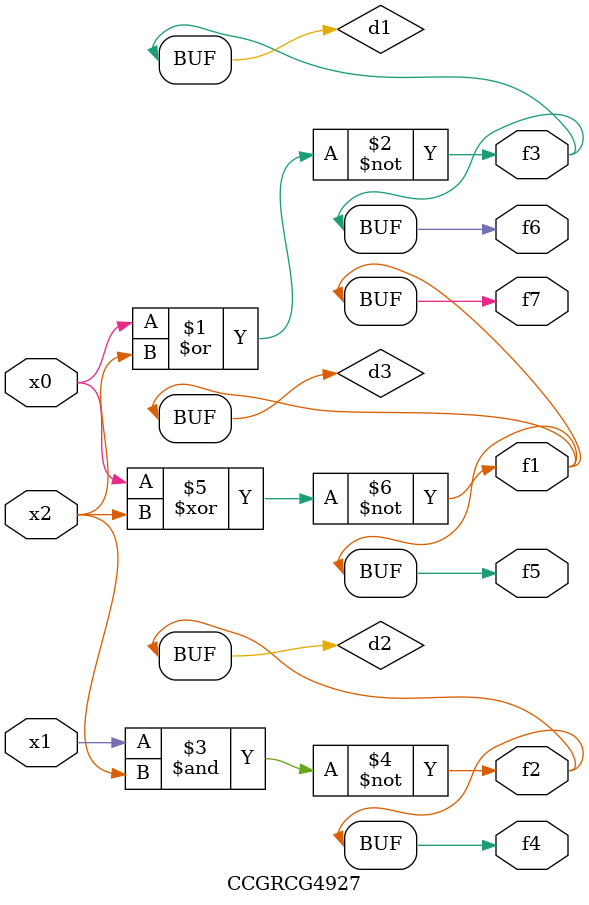
<source format=v>
module CCGRCG4927(
	input x0, x1, x2,
	output f1, f2, f3, f4, f5, f6, f7
);

	wire d1, d2, d3;

	nor (d1, x0, x2);
	nand (d2, x1, x2);
	xnor (d3, x0, x2);
	assign f1 = d3;
	assign f2 = d2;
	assign f3 = d1;
	assign f4 = d2;
	assign f5 = d3;
	assign f6 = d1;
	assign f7 = d3;
endmodule

</source>
